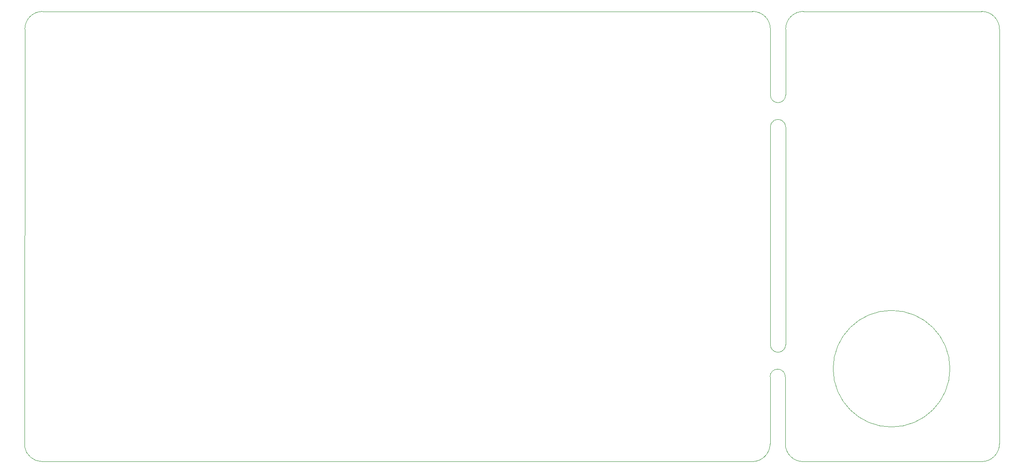
<source format=gbr>
%TF.GenerationSoftware,KiCad,Pcbnew,(6.0.7)*%
%TF.CreationDate,2022-10-24T16:08:39+01:00*%
%TF.ProjectId,controlCircuit,636f6e74-726f-46c4-9369-72637569742e,rev?*%
%TF.SameCoordinates,Original*%
%TF.FileFunction,Profile,NP*%
%FSLAX46Y46*%
G04 Gerber Fmt 4.6, Leading zero omitted, Abs format (unit mm)*
G04 Created by KiCad (PCBNEW (6.0.7)) date 2022-10-24 16:08:39*
%MOMM*%
%LPD*%
G01*
G04 APERTURE LIST*
%TA.AperFunction,Profile*%
%ADD10C,0.050000*%
%TD*%
%TA.AperFunction,Profile*%
%ADD11C,0.120000*%
%TD*%
G04 APERTURE END LIST*
D10*
X197984000Y-55921500D02*
G75*
G03*
X194484000Y-52421500I-3500000J0D01*
G01*
X243078000Y-55921500D02*
G75*
G03*
X239578000Y-52421500I-3500000J0D01*
G01*
X243078000Y-137223500D02*
X243078000Y-56705500D01*
X200924000Y-124479500D02*
G75*
G03*
X197924000Y-124479500I-1500000J16D01*
G01*
X200984000Y-118173500D02*
X200984000Y-75223516D01*
X51148021Y-138239497D02*
G75*
G03*
X54648000Y-141231500I3499979J551097D01*
G01*
X197984000Y-75223516D02*
X197984000Y-118173500D01*
X51148000Y-138239500D02*
X51148000Y-137985500D01*
X239268000Y-52421500D02*
X204484000Y-52421500D01*
X239268000Y-52421500D02*
X239578000Y-52421500D01*
X239578000Y-141229500D02*
G75*
G03*
X243078000Y-137729500I0J3500000D01*
G01*
X197924000Y-124479500D02*
X197924000Y-137729500D01*
X54708000Y-52423500D02*
X194484000Y-52421500D01*
X243078000Y-56197500D02*
X243078000Y-55921500D01*
X243078000Y-137223500D02*
X243078000Y-137729500D01*
X194424000Y-141229500D02*
X54648000Y-141231500D01*
X200984000Y-75223516D02*
G75*
G03*
X197984000Y-75223516I-1500000J16D01*
G01*
X204484000Y-52421500D02*
G75*
G03*
X200984000Y-55921500I0J-3500000D01*
G01*
X239014000Y-141229500D02*
X239578000Y-141229500D01*
X54708000Y-52423500D02*
G75*
G03*
X51208000Y-55923500I0J-3500000D01*
G01*
X51148000Y-137985500D02*
X51208000Y-55923500D01*
X200984000Y-68921484D02*
X200984000Y-55921500D01*
X197984000Y-55921500D02*
X197984000Y-68921484D01*
X194424000Y-141229500D02*
G75*
G03*
X197924000Y-137729500I0J3500000D01*
G01*
X200924000Y-137729500D02*
G75*
G03*
X204424000Y-141229500I3500000J0D01*
G01*
X197984000Y-118173500D02*
G75*
G03*
X200984000Y-118173500I1500000J-16D01*
G01*
X243078000Y-56197500D02*
X243078000Y-56705500D01*
X200924000Y-137729500D02*
X200924000Y-124479500D01*
X204424000Y-141229500D02*
X239014000Y-141229500D01*
X197984000Y-68921484D02*
G75*
G03*
X200984000Y-68921484I1500000J-16D01*
G01*
D11*
%TO.C,J10*%
X233336000Y-122901500D02*
G75*
G03*
X233336000Y-122901500I-11500000J0D01*
G01*
%TD*%
M02*

</source>
